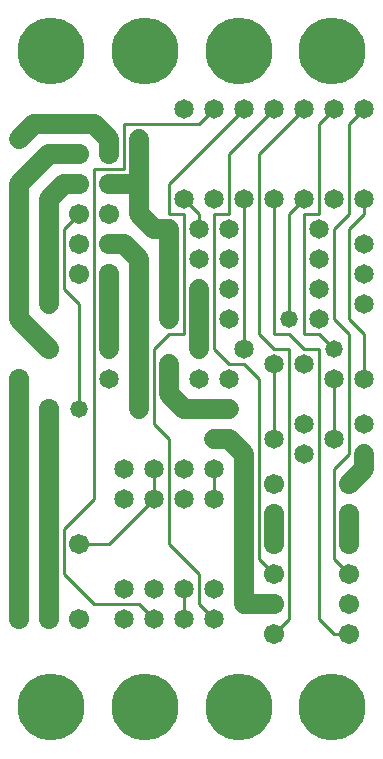
<source format=gtl>
%MOIN*%
%FSLAX25Y25*%
G04 D10 used for Character Trace; *
G04     Circle (OD=.01000) (No hole)*
G04 D11 used for Power Trace; *
G04     Circle (OD=.06500) (No hole)*
G04 D12 used for Signal Trace; *
G04     Circle (OD=.01100) (No hole)*
G04 D13 used for Via; *
G04     Circle (OD=.05800) (Round. Hole ID=.02800)*
G04 D14 used for Component hole; *
G04     Circle (OD=.06500) (Round. Hole ID=.03500)*
G04 D15 used for Component hole; *
G04     Circle (OD=.06700) (Round. Hole ID=.04300)*
G04 D16 used for Component hole; *
G04     Circle (OD=.08100) (Round. Hole ID=.05100)*
G04 D17 used for Component hole; *
G04     Circle (OD=.08900) (Round. Hole ID=.05900)*
G04 D18 used for Component hole; *
G04     Circle (OD=.11300) (Round. Hole ID=.08300)*
G04 D19 used for Component hole; *
G04     Circle (OD=.16000) (Round. Hole ID=.13000)*
G04 D20 used for Component hole; *
G04     Circle (OD=.18300) (Round. Hole ID=.15300)*
G04 D21 used for Component hole; *
G04     Circle (OD=.22291) (Round. Hole ID=.19291)*
%ADD10C,.01000*%
%ADD11C,.06500*%
%ADD12C,.01100*%
%ADD13C,.05800*%
%ADD14C,.06500*%
%ADD15C,.06700*%
%ADD16C,.08100*%
%ADD17C,.08900*%
%ADD18C,.11300*%
%ADD19C,.16000*%
%ADD20C,.18300*%
%ADD21C,.22291*%
%IPPOS*%
%LPD*%
G90*X0Y0D02*D21*X15625Y15625D03*D14*              
X40000Y45000D03*D15*X25000D03*X15000D03*D11*      
Y70000D01*D15*D03*D11*Y90000D01*D14*D03*D11*      
Y115000D01*D15*D03*X5000Y125000D03*D11*Y90000D01* 
D14*D03*D11*Y70000D01*D15*D03*D11*Y45000D01*D15*  
D03*D12*X30000Y50000D02*X20000Y60000D01*          
X30000Y50000D02*X45000D01*X50000Y45000D01*D14*D03*
X60000Y55000D03*D12*Y45000D01*D14*D03*D12*        
X70000D02*X65000Y50000D01*D14*X70000Y45000D03*D12*
X65000Y50000D02*Y60000D01*X55000Y70000D01*        
Y105000D01*X50000Y110000D01*Y135000D01*           
X55000Y140000D01*X60000D01*Y180000D01*X55000D01*  
Y190000D01*X80000Y215000D01*D14*D03*X90000D03*D12*
X75000Y200000D01*Y180000D01*X70000D01*Y135000D01* 
X75000Y130000D01*X80000D01*X85000Y125000D01*      
Y65000D01*X90000Y60000D01*D15*D03*D11*            
X80000Y50000D02*X90000D01*D15*D03*D12*Y40000D02*  
X95000Y45000D01*D15*X90000Y40000D03*D12*          
X95000Y45000D02*Y135000D01*X90000D01*             
X85000Y140000D01*Y200000D01*X100000Y215000D01*D14*
D03*D12*X105000Y180000D02*Y210000D01*             
X100000Y180000D02*X105000D01*X100000Y140000D02*   
Y180000D01*Y140000D02*X105000D01*                 
X110000Y135000D01*D13*D03*D12*X115000Y100000D02*  
Y140000D01*X110000Y95000D02*X115000Y100000D01*    
X110000Y65000D02*Y95000D01*X115000Y60000D02*      
X110000Y65000D01*D15*X115000Y60000D03*Y70000D03*  
D11*Y80000D01*D15*D03*Y90000D03*D11*              
X120000Y95000D01*Y100000D01*D14*D03*              
X110000Y105000D03*D12*Y125000D01*D14*D03*D12*     
X100000Y135000D02*X105000D01*Y45000D01*           
X110000Y40000D01*X115000D01*D15*D03*Y50000D03*D21*
X109375Y15625D03*D15*X90000Y70000D03*D11*         
Y80000D01*D15*D03*Y90000D03*D14*X70000Y95000D03*  
D12*Y85000D01*D14*D03*X60000Y95000D03*Y85000D03*  
D11*X80000Y50000D02*Y100000D01*D14*               
X70000Y55000D03*X50000D03*D21*X46875Y15625D03*    
X78125D03*D14*X50000Y85000D03*D12*X35000Y70000D01*
X25000D01*D15*D03*D12*X20000Y60000D02*Y75000D01*  
X30000Y85000D01*Y195000D01*X40000D01*Y210000D01*  
X65000D01*X70000Y215000D01*D14*D03*X60000D03*D21* 
X78125Y234375D03*D11*X45000Y180000D02*Y190000D01* 
X50000Y175000D02*X45000Y180000D01*                
X50000Y175000D02*X55000D01*D14*D03*D11*Y145000D01*
D14*D03*X65000Y135000D03*D11*Y145000D01*D14*D03*  
D11*Y155000D01*D14*D03*X75000Y145000D03*          
Y165000D03*Y155000D03*X65000Y165000D03*           
X75000Y175000D03*D11*X45000Y145000D02*Y165000D01* 
D13*Y145000D03*D11*Y115000D01*D13*D03*D14*        
X35000Y125000D03*D11*X60000Y115000D02*            
X55000Y120000D01*X60000Y115000D02*X75000D01*D13*  
D03*D14*X65000Y125000D03*D13*X70000Y105000D03*D11*
X75000D01*X80000Y100000D01*D14*X90000Y105000D03*  
D12*Y130000D01*D14*D03*D12*X100000Y135000D02*     
X95000Y140000D01*X90000D01*Y185000D01*D14*D03*D12*
X95000Y145000D02*Y180000D01*D13*Y145000D03*D14*   
X105000Y155000D03*Y145000D03*D12*                 
X115000Y140000D02*X110000Y145000D01*Y175000D01*   
X115000Y180000D01*Y210000D01*X120000Y215000D01*   
D14*D03*X110000D03*D12*X105000Y210000D01*D14*     
X80000Y185000D03*D12*Y135000D01*D14*D03*          
X75000Y125000D03*X100000Y130000D03*X55000D03*D11* 
Y120000D01*D14*X35000Y135000D03*D11*Y160000D01*   
D15*D03*X25000Y170000D03*D12*Y115000D02*          
Y150000D01*D13*Y115000D03*D15*X15000Y135000D03*   
D11*X5000Y145000D01*Y190000D01*X15000Y200000D01*  
X25000D01*D15*D03*X35000Y190000D03*D11*X45000D01* 
Y205000D01*D13*D03*D11*X35000Y200000D02*          
Y205000D01*D15*Y200000D03*D11*Y205000D02*         
X30000Y210000D01*X10000D01*X5000Y205000D01*D13*   
D03*D11*X15000Y185000D02*X20000Y190000D01*        
X15000Y150000D02*Y185000D01*D13*Y150000D03*D12*   
X25000D02*X20000Y155000D01*Y175000D01*            
X25000Y180000D01*D15*D03*X35000Y170000D03*D11*    
X40000D01*X45000Y165000D01*D15*X35000Y180000D03*  
D14*X60000Y185000D03*D12*X65000Y180000D01*        
Y175000D01*D14*D03*X70000Y185000D03*D12*          
X95000Y180000D02*X100000Y185000D01*D14*D03*       
X110000D03*X105000Y175000D03*D12*                 
X115000Y145000D02*Y175000D01*X120000Y140000D02*   
X115000Y145000D01*X120000Y125000D02*Y140000D01*   
D14*Y125000D03*Y110000D03*X100000D03*Y100000D03*  
X120000Y150000D03*Y160000D03*X105000Y165000D03*   
X120000Y170000D03*D12*X115000Y175000D02*          
X120000Y180000D01*Y185000D01*D14*D03*D21*         
X109375Y234375D03*X46875D03*D14*X40000Y95000D03*  
X50000D03*D12*Y85000D01*D14*X40000D03*Y55000D03*  
D15*X25000Y160000D03*Y190000D03*D11*X20000D01*D21*
X15625Y234375D03*M02*                             

</source>
